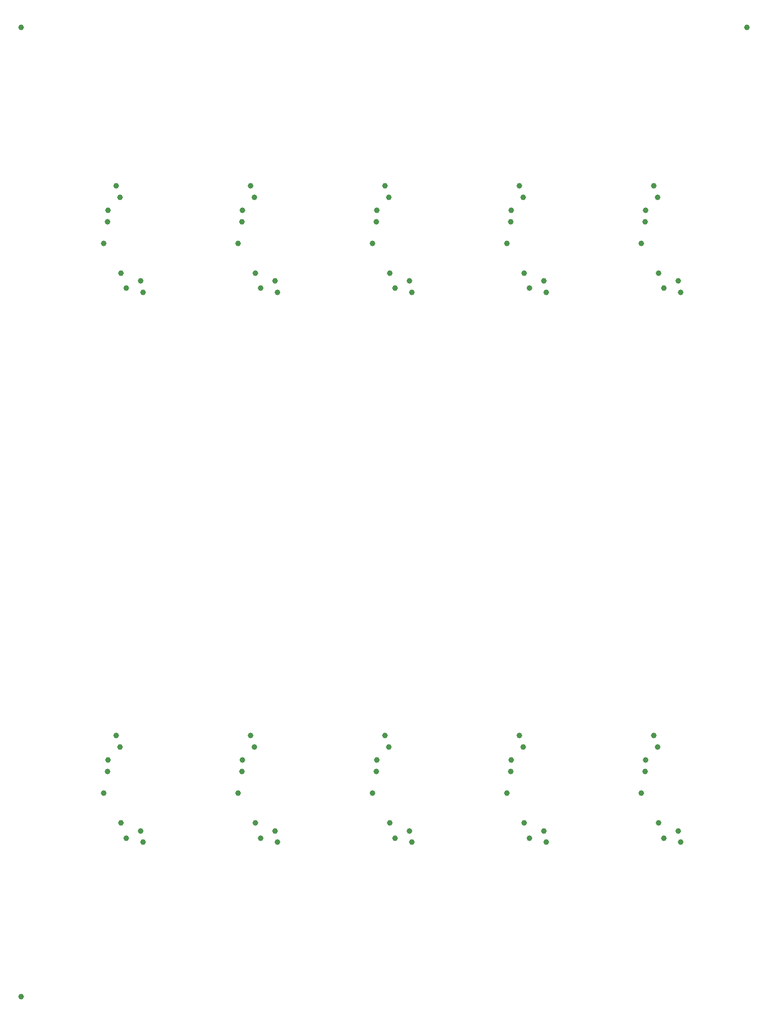
<source format=gbp>
G04*
G04 #@! TF.GenerationSoftware,Altium Limited,Altium Designer,18.1.9 (240)*
G04*
G04 Layer_Color=128*
%FSAX25Y25*%
%MOIN*%
G70*
G01*
G75*
%ADD10C,0.03937*%
D10*
X1273622Y0996063D02*
D03*
X0769685D02*
D03*
Y0322835D02*
D03*
X1208961Y0504295D02*
D03*
X1203488Y0487287D02*
D03*
X1203016Y0479216D02*
D03*
X1211717Y0496224D02*
D03*
X1200260Y0464256D02*
D03*
X1227676Y0430201D02*
D03*
X1216047Y0433035D02*
D03*
X1226047Y0438075D02*
D03*
X1212465Y0443508D02*
D03*
X1208961Y0886070D02*
D03*
X1203488Y0869062D02*
D03*
X1203016Y0860991D02*
D03*
X1211717Y0877999D02*
D03*
X1200260Y0846031D02*
D03*
X1227676Y0811975D02*
D03*
X1216047Y0814810D02*
D03*
X1226047Y0819849D02*
D03*
X1212465Y0825282D02*
D03*
X1115611Y0504295D02*
D03*
X1110139Y0487287D02*
D03*
X1109666Y0479216D02*
D03*
X1118367Y0496224D02*
D03*
X1106910Y0464256D02*
D03*
X1134326Y0430201D02*
D03*
X1122698Y0433035D02*
D03*
X1132698Y0438075D02*
D03*
X1119115Y0443508D02*
D03*
X1115611Y0886070D02*
D03*
X1110139Y0869062D02*
D03*
X1109666Y0860991D02*
D03*
X1118367Y0877999D02*
D03*
X1106910Y0846031D02*
D03*
X1134326Y0811975D02*
D03*
X1122698Y0814810D02*
D03*
X1132698Y0819849D02*
D03*
X1119115Y0825282D02*
D03*
X1022262Y0504295D02*
D03*
X1016789Y0487287D02*
D03*
X1016317Y0479216D02*
D03*
X1025018Y0496224D02*
D03*
X1013561Y0464256D02*
D03*
X1040977Y0430201D02*
D03*
X1029348Y0433035D02*
D03*
X1039348Y0438075D02*
D03*
X1025766Y0443508D02*
D03*
X1022262Y0886070D02*
D03*
X1016789Y0869062D02*
D03*
X1016317Y0860991D02*
D03*
X1025018Y0877999D02*
D03*
X1013561Y0846031D02*
D03*
X1040977Y0811975D02*
D03*
X1029348Y0814810D02*
D03*
X1039348Y0819849D02*
D03*
X1025766Y0825282D02*
D03*
X0928912Y0504295D02*
D03*
X0923440Y0487287D02*
D03*
X0922967Y0479216D02*
D03*
X0931668Y0496224D02*
D03*
X0920212Y0464256D02*
D03*
X0947628Y0430201D02*
D03*
X0935999Y0433035D02*
D03*
X0945999Y0438075D02*
D03*
X0932416Y0443508D02*
D03*
X0928912Y0886070D02*
D03*
X0923440Y0869062D02*
D03*
X0922967Y0860991D02*
D03*
X0931668Y0877999D02*
D03*
X0920212Y0846031D02*
D03*
X0947628Y0811975D02*
D03*
X0935999Y0814810D02*
D03*
X0945999Y0819849D02*
D03*
X0932416Y0825282D02*
D03*
X0835563Y0504295D02*
D03*
X0830090Y0487287D02*
D03*
X0829618Y0479216D02*
D03*
X0838319Y0496224D02*
D03*
X0826862Y0464256D02*
D03*
X0854278Y0430201D02*
D03*
X0842649Y0433035D02*
D03*
X0852649Y0438075D02*
D03*
X0839067Y0443508D02*
D03*
X0835563Y0886070D02*
D03*
X0830090Y0869062D02*
D03*
X0829618Y0860991D02*
D03*
X0838319Y0877999D02*
D03*
X0826862Y0846031D02*
D03*
X0854278Y0811975D02*
D03*
X0842649Y0814810D02*
D03*
X0852649Y0819849D02*
D03*
X0839067Y0825282D02*
D03*
M02*

</source>
